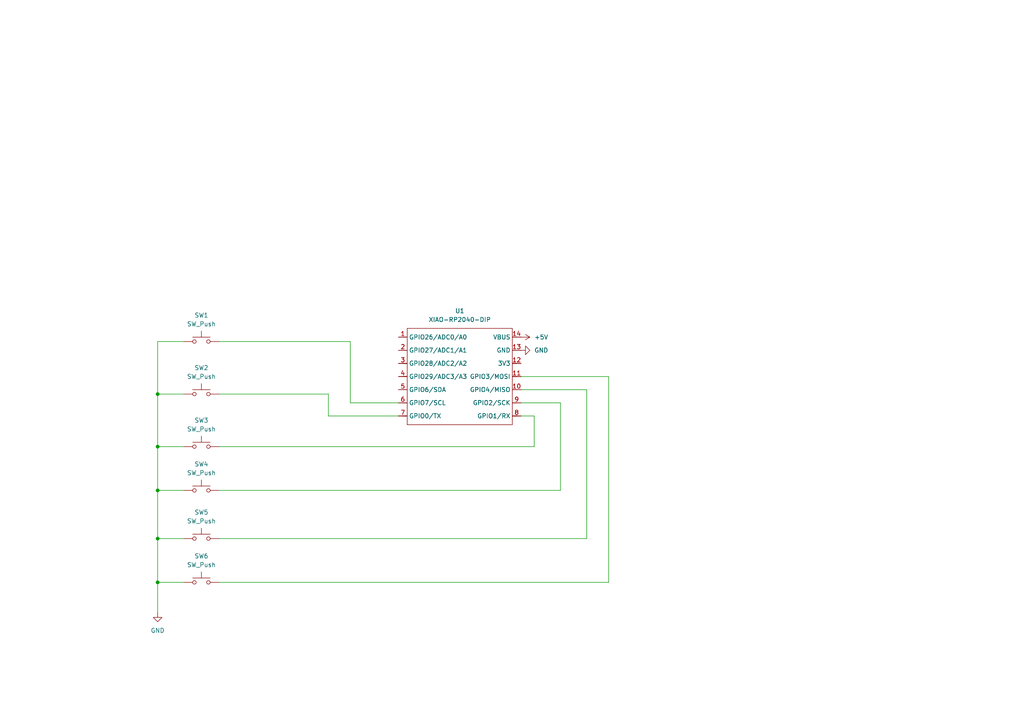
<source format=kicad_sch>
(kicad_sch
	(version 20250114)
	(generator "eeschema")
	(generator_version "9.0")
	(uuid "644d3fc2-953c-45dc-8994-d1038b934f0b")
	(paper "A4")
	(lib_symbols
		(symbol "OPL:XIAO-RP2040-DIP"
			(exclude_from_sim no)
			(in_bom yes)
			(on_board yes)
			(property "Reference" "U"
				(at 0 0 0)
				(effects
					(font
						(size 1.27 1.27)
					)
				)
			)
			(property "Value" "XIAO-RP2040-DIP"
				(at 5.334 -1.778 0)
				(effects
					(font
						(size 1.27 1.27)
					)
				)
			)
			(property "Footprint" "Module:MOUDLE14P-XIAO-DIP-SMD"
				(at 14.478 -32.258 0)
				(effects
					(font
						(size 1.27 1.27)
					)
					(hide yes)
				)
			)
			(property "Datasheet" ""
				(at 0 0 0)
				(effects
					(font
						(size 1.27 1.27)
					)
					(hide yes)
				)
			)
			(property "Description" ""
				(at 0 0 0)
				(effects
					(font
						(size 1.27 1.27)
					)
					(hide yes)
				)
			)
			(symbol "XIAO-RP2040-DIP_1_0"
				(polyline
					(pts
						(xy -1.27 -2.54) (xy 29.21 -2.54)
					)
					(stroke
						(width 0.1524)
						(type solid)
					)
					(fill
						(type none)
					)
				)
				(polyline
					(pts
						(xy -1.27 -5.08) (xy -2.54 -5.08)
					)
					(stroke
						(width 0.1524)
						(type solid)
					)
					(fill
						(type none)
					)
				)
				(polyline
					(pts
						(xy -1.27 -5.08) (xy -1.27 -2.54)
					)
					(stroke
						(width 0.1524)
						(type solid)
					)
					(fill
						(type none)
					)
				)
				(polyline
					(pts
						(xy -1.27 -8.89) (xy -2.54 -8.89)
					)
					(stroke
						(width 0.1524)
						(type solid)
					)
					(fill
						(type none)
					)
				)
				(polyline
					(pts
						(xy -1.27 -8.89) (xy -1.27 -5.08)
					)
					(stroke
						(width 0.1524)
						(type solid)
					)
					(fill
						(type none)
					)
				)
				(polyline
					(pts
						(xy -1.27 -12.7) (xy -2.54 -12.7)
					)
					(stroke
						(width 0.1524)
						(type solid)
					)
					(fill
						(type none)
					)
				)
				(polyline
					(pts
						(xy -1.27 -12.7) (xy -1.27 -8.89)
					)
					(stroke
						(width 0.1524)
						(type solid)
					)
					(fill
						(type none)
					)
				)
				(polyline
					(pts
						(xy -1.27 -16.51) (xy -2.54 -16.51)
					)
					(stroke
						(width 0.1524)
						(type solid)
					)
					(fill
						(type none)
					)
				)
				(polyline
					(pts
						(xy -1.27 -16.51) (xy -1.27 -12.7)
					)
					(stroke
						(width 0.1524)
						(type solid)
					)
					(fill
						(type none)
					)
				)
				(polyline
					(pts
						(xy -1.27 -20.32) (xy -2.54 -20.32)
					)
					(stroke
						(width 0.1524)
						(type solid)
					)
					(fill
						(type none)
					)
				)
				(polyline
					(pts
						(xy -1.27 -24.13) (xy -2.54 -24.13)
					)
					(stroke
						(width 0.1524)
						(type solid)
					)
					(fill
						(type none)
					)
				)
				(polyline
					(pts
						(xy -1.27 -27.94) (xy -2.54 -27.94)
					)
					(stroke
						(width 0.1524)
						(type solid)
					)
					(fill
						(type none)
					)
				)
				(polyline
					(pts
						(xy -1.27 -30.48) (xy -1.27 -16.51)
					)
					(stroke
						(width 0.1524)
						(type solid)
					)
					(fill
						(type none)
					)
				)
				(polyline
					(pts
						(xy 29.21 -2.54) (xy 29.21 -5.08)
					)
					(stroke
						(width 0.1524)
						(type solid)
					)
					(fill
						(type none)
					)
				)
				(polyline
					(pts
						(xy 29.21 -5.08) (xy 29.21 -8.89)
					)
					(stroke
						(width 0.1524)
						(type solid)
					)
					(fill
						(type none)
					)
				)
				(polyline
					(pts
						(xy 29.21 -8.89) (xy 29.21 -12.7)
					)
					(stroke
						(width 0.1524)
						(type solid)
					)
					(fill
						(type none)
					)
				)
				(polyline
					(pts
						(xy 29.21 -12.7) (xy 29.21 -30.48)
					)
					(stroke
						(width 0.1524)
						(type solid)
					)
					(fill
						(type none)
					)
				)
				(polyline
					(pts
						(xy 29.21 -30.48) (xy -1.27 -30.48)
					)
					(stroke
						(width 0.1524)
						(type solid)
					)
					(fill
						(type none)
					)
				)
				(polyline
					(pts
						(xy 30.48 -5.08) (xy 29.21 -5.08)
					)
					(stroke
						(width 0.1524)
						(type solid)
					)
					(fill
						(type none)
					)
				)
				(polyline
					(pts
						(xy 30.48 -8.89) (xy 29.21 -8.89)
					)
					(stroke
						(width 0.1524)
						(type solid)
					)
					(fill
						(type none)
					)
				)
				(polyline
					(pts
						(xy 30.48 -12.7) (xy 29.21 -12.7)
					)
					(stroke
						(width 0.1524)
						(type solid)
					)
					(fill
						(type none)
					)
				)
				(polyline
					(pts
						(xy 30.48 -16.51) (xy 29.21 -16.51)
					)
					(stroke
						(width 0.1524)
						(type solid)
					)
					(fill
						(type none)
					)
				)
				(polyline
					(pts
						(xy 30.48 -20.32) (xy 29.21 -20.32)
					)
					(stroke
						(width 0.1524)
						(type solid)
					)
					(fill
						(type none)
					)
				)
				(polyline
					(pts
						(xy 30.48 -24.13) (xy 29.21 -24.13)
					)
					(stroke
						(width 0.1524)
						(type solid)
					)
					(fill
						(type none)
					)
				)
				(polyline
					(pts
						(xy 30.48 -27.94) (xy 29.21 -27.94)
					)
					(stroke
						(width 0.1524)
						(type solid)
					)
					(fill
						(type none)
					)
				)
				(pin passive line
					(at -3.81 -5.08 0)
					(length 2.54)
					(name "GPIO26/ADC0/A0"
						(effects
							(font
								(size 1.27 1.27)
							)
						)
					)
					(number "1"
						(effects
							(font
								(size 1.27 1.27)
							)
						)
					)
				)
				(pin passive line
					(at -3.81 -8.89 0)
					(length 2.54)
					(name "GPIO27/ADC1/A1"
						(effects
							(font
								(size 1.27 1.27)
							)
						)
					)
					(number "2"
						(effects
							(font
								(size 1.27 1.27)
							)
						)
					)
				)
				(pin passive line
					(at -3.81 -12.7 0)
					(length 2.54)
					(name "GPIO28/ADC2/A2"
						(effects
							(font
								(size 1.27 1.27)
							)
						)
					)
					(number "3"
						(effects
							(font
								(size 1.27 1.27)
							)
						)
					)
				)
				(pin passive line
					(at -3.81 -16.51 0)
					(length 2.54)
					(name "GPIO29/ADC3/A3"
						(effects
							(font
								(size 1.27 1.27)
							)
						)
					)
					(number "4"
						(effects
							(font
								(size 1.27 1.27)
							)
						)
					)
				)
				(pin passive line
					(at -3.81 -20.32 0)
					(length 2.54)
					(name "GPIO6/SDA"
						(effects
							(font
								(size 1.27 1.27)
							)
						)
					)
					(number "5"
						(effects
							(font
								(size 1.27 1.27)
							)
						)
					)
				)
				(pin passive line
					(at -3.81 -24.13 0)
					(length 2.54)
					(name "GPIO7/SCL"
						(effects
							(font
								(size 1.27 1.27)
							)
						)
					)
					(number "6"
						(effects
							(font
								(size 1.27 1.27)
							)
						)
					)
				)
				(pin passive line
					(at -3.81 -27.94 0)
					(length 2.54)
					(name "GPIO0/TX"
						(effects
							(font
								(size 1.27 1.27)
							)
						)
					)
					(number "7"
						(effects
							(font
								(size 1.27 1.27)
							)
						)
					)
				)
				(pin passive line
					(at 31.75 -5.08 180)
					(length 2.54)
					(name "VBUS"
						(effects
							(font
								(size 1.27 1.27)
							)
						)
					)
					(number "14"
						(effects
							(font
								(size 1.27 1.27)
							)
						)
					)
				)
				(pin passive line
					(at 31.75 -8.89 180)
					(length 2.54)
					(name "GND"
						(effects
							(font
								(size 1.27 1.27)
							)
						)
					)
					(number "13"
						(effects
							(font
								(size 1.27 1.27)
							)
						)
					)
				)
				(pin passive line
					(at 31.75 -12.7 180)
					(length 2.54)
					(name "3V3"
						(effects
							(font
								(size 1.27 1.27)
							)
						)
					)
					(number "12"
						(effects
							(font
								(size 1.27 1.27)
							)
						)
					)
				)
				(pin passive line
					(at 31.75 -16.51 180)
					(length 2.54)
					(name "GPIO3/MOSI"
						(effects
							(font
								(size 1.27 1.27)
							)
						)
					)
					(number "11"
						(effects
							(font
								(size 1.27 1.27)
							)
						)
					)
				)
				(pin passive line
					(at 31.75 -20.32 180)
					(length 2.54)
					(name "GPIO4/MISO"
						(effects
							(font
								(size 1.27 1.27)
							)
						)
					)
					(number "10"
						(effects
							(font
								(size 1.27 1.27)
							)
						)
					)
				)
				(pin passive line
					(at 31.75 -24.13 180)
					(length 2.54)
					(name "GPIO2/SCK"
						(effects
							(font
								(size 1.27 1.27)
							)
						)
					)
					(number "9"
						(effects
							(font
								(size 1.27 1.27)
							)
						)
					)
				)
				(pin passive line
					(at 31.75 -27.94 180)
					(length 2.54)
					(name "GPIO1/RX"
						(effects
							(font
								(size 1.27 1.27)
							)
						)
					)
					(number "8"
						(effects
							(font
								(size 1.27 1.27)
							)
						)
					)
				)
			)
			(embedded_fonts no)
		)
		(symbol "Switch:SW_Push"
			(pin_numbers
				(hide yes)
			)
			(pin_names
				(offset 1.016)
				(hide yes)
			)
			(exclude_from_sim no)
			(in_bom yes)
			(on_board yes)
			(property "Reference" "SW"
				(at 1.27 2.54 0)
				(effects
					(font
						(size 1.27 1.27)
					)
					(justify left)
				)
			)
			(property "Value" "SW_Push"
				(at 0 -1.524 0)
				(effects
					(font
						(size 1.27 1.27)
					)
				)
			)
			(property "Footprint" ""
				(at 0 5.08 0)
				(effects
					(font
						(size 1.27 1.27)
					)
					(hide yes)
				)
			)
			(property "Datasheet" "~"
				(at 0 5.08 0)
				(effects
					(font
						(size 1.27 1.27)
					)
					(hide yes)
				)
			)
			(property "Description" "Push button switch, generic, two pins"
				(at 0 0 0)
				(effects
					(font
						(size 1.27 1.27)
					)
					(hide yes)
				)
			)
			(property "ki_keywords" "switch normally-open pushbutton push-button"
				(at 0 0 0)
				(effects
					(font
						(size 1.27 1.27)
					)
					(hide yes)
				)
			)
			(symbol "SW_Push_0_1"
				(circle
					(center -2.032 0)
					(radius 0.508)
					(stroke
						(width 0)
						(type default)
					)
					(fill
						(type none)
					)
				)
				(polyline
					(pts
						(xy 0 1.27) (xy 0 3.048)
					)
					(stroke
						(width 0)
						(type default)
					)
					(fill
						(type none)
					)
				)
				(circle
					(center 2.032 0)
					(radius 0.508)
					(stroke
						(width 0)
						(type default)
					)
					(fill
						(type none)
					)
				)
				(polyline
					(pts
						(xy 2.54 1.27) (xy -2.54 1.27)
					)
					(stroke
						(width 0)
						(type default)
					)
					(fill
						(type none)
					)
				)
				(pin passive line
					(at -5.08 0 0)
					(length 2.54)
					(name "1"
						(effects
							(font
								(size 1.27 1.27)
							)
						)
					)
					(number "1"
						(effects
							(font
								(size 1.27 1.27)
							)
						)
					)
				)
				(pin passive line
					(at 5.08 0 180)
					(length 2.54)
					(name "2"
						(effects
							(font
								(size 1.27 1.27)
							)
						)
					)
					(number "2"
						(effects
							(font
								(size 1.27 1.27)
							)
						)
					)
				)
			)
			(embedded_fonts no)
		)
		(symbol "power:+5V"
			(power)
			(pin_numbers
				(hide yes)
			)
			(pin_names
				(offset 0)
				(hide yes)
			)
			(exclude_from_sim no)
			(in_bom yes)
			(on_board yes)
			(property "Reference" "#PWR"
				(at 0 -3.81 0)
				(effects
					(font
						(size 1.27 1.27)
					)
					(hide yes)
				)
			)
			(property "Value" "+5V"
				(at 0 3.556 0)
				(effects
					(font
						(size 1.27 1.27)
					)
				)
			)
			(property "Footprint" ""
				(at 0 0 0)
				(effects
					(font
						(size 1.27 1.27)
					)
					(hide yes)
				)
			)
			(property "Datasheet" ""
				(at 0 0 0)
				(effects
					(font
						(size 1.27 1.27)
					)
					(hide yes)
				)
			)
			(property "Description" "Power symbol creates a global label with name \"+5V\""
				(at 0 0 0)
				(effects
					(font
						(size 1.27 1.27)
					)
					(hide yes)
				)
			)
			(property "ki_keywords" "global power"
				(at 0 0 0)
				(effects
					(font
						(size 1.27 1.27)
					)
					(hide yes)
				)
			)
			(symbol "+5V_0_1"
				(polyline
					(pts
						(xy -0.762 1.27) (xy 0 2.54)
					)
					(stroke
						(width 0)
						(type default)
					)
					(fill
						(type none)
					)
				)
				(polyline
					(pts
						(xy 0 2.54) (xy 0.762 1.27)
					)
					(stroke
						(width 0)
						(type default)
					)
					(fill
						(type none)
					)
				)
				(polyline
					(pts
						(xy 0 0) (xy 0 2.54)
					)
					(stroke
						(width 0)
						(type default)
					)
					(fill
						(type none)
					)
				)
			)
			(symbol "+5V_1_1"
				(pin power_in line
					(at 0 0 90)
					(length 0)
					(name "~"
						(effects
							(font
								(size 1.27 1.27)
							)
						)
					)
					(number "1"
						(effects
							(font
								(size 1.27 1.27)
							)
						)
					)
				)
			)
			(embedded_fonts no)
		)
		(symbol "power:GND"
			(power)
			(pin_numbers
				(hide yes)
			)
			(pin_names
				(offset 0)
				(hide yes)
			)
			(exclude_from_sim no)
			(in_bom yes)
			(on_board yes)
			(property "Reference" "#PWR"
				(at 0 -6.35 0)
				(effects
					(font
						(size 1.27 1.27)
					)
					(hide yes)
				)
			)
			(property "Value" "GND"
				(at 0 -3.81 0)
				(effects
					(font
						(size 1.27 1.27)
					)
				)
			)
			(property "Footprint" ""
				(at 0 0 0)
				(effects
					(font
						(size 1.27 1.27)
					)
					(hide yes)
				)
			)
			(property "Datasheet" ""
				(at 0 0 0)
				(effects
					(font
						(size 1.27 1.27)
					)
					(hide yes)
				)
			)
			(property "Description" "Power symbol creates a global label with name \"GND\" , ground"
				(at 0 0 0)
				(effects
					(font
						(size 1.27 1.27)
					)
					(hide yes)
				)
			)
			(property "ki_keywords" "global power"
				(at 0 0 0)
				(effects
					(font
						(size 1.27 1.27)
					)
					(hide yes)
				)
			)
			(symbol "GND_0_1"
				(polyline
					(pts
						(xy 0 0) (xy 0 -1.27) (xy 1.27 -1.27) (xy 0 -2.54) (xy -1.27 -1.27) (xy 0 -1.27)
					)
					(stroke
						(width 0)
						(type default)
					)
					(fill
						(type none)
					)
				)
			)
			(symbol "GND_1_1"
				(pin power_in line
					(at 0 0 270)
					(length 0)
					(name "~"
						(effects
							(font
								(size 1.27 1.27)
							)
						)
					)
					(number "1"
						(effects
							(font
								(size 1.27 1.27)
							)
						)
					)
				)
			)
			(embedded_fonts no)
		)
	)
	(junction
		(at 45.72 129.54)
		(diameter 0)
		(color 0 0 0 0)
		(uuid "0ab6874d-e7bf-4321-a06f-f75ca961d55b")
	)
	(junction
		(at 45.72 142.24)
		(diameter 0)
		(color 0 0 0 0)
		(uuid "0c69d73e-f61b-4148-bee3-c20e3cdaf0b1")
	)
	(junction
		(at 45.72 156.21)
		(diameter 0)
		(color 0 0 0 0)
		(uuid "35a217ad-d6ac-4383-a62a-60f9c8b974f5")
	)
	(junction
		(at 45.72 114.3)
		(diameter 0)
		(color 0 0 0 0)
		(uuid "7a8d552f-98e0-4def-856a-f35c65a255bb")
	)
	(junction
		(at 45.72 168.91)
		(diameter 0)
		(color 0 0 0 0)
		(uuid "8c75b9c2-fd50-4af2-b68b-16791e7cad2a")
	)
	(wire
		(pts
			(xy 95.25 120.65) (xy 115.57 120.65)
		)
		(stroke
			(width 0)
			(type default)
		)
		(uuid "1b77f126-3809-45e8-8e13-e7be75c3c54c")
	)
	(wire
		(pts
			(xy 63.5 99.06) (xy 101.6 99.06)
		)
		(stroke
			(width 0)
			(type default)
		)
		(uuid "1ba248c3-3ae7-45af-87ac-fdb6be23afed")
	)
	(wire
		(pts
			(xy 63.5 168.91) (xy 176.53 168.91)
		)
		(stroke
			(width 0)
			(type default)
		)
		(uuid "240fefcc-e951-4fa3-b28a-a0e4d1b35737")
	)
	(wire
		(pts
			(xy 154.94 129.54) (xy 154.94 120.65)
		)
		(stroke
			(width 0)
			(type default)
		)
		(uuid "2771783f-4e2b-4fd0-ad6a-8b007e08ed72")
	)
	(wire
		(pts
			(xy 45.72 156.21) (xy 53.34 156.21)
		)
		(stroke
			(width 0)
			(type default)
		)
		(uuid "2a8bc9d3-cf16-4261-8f28-494a158f042c")
	)
	(wire
		(pts
			(xy 45.72 129.54) (xy 45.72 142.24)
		)
		(stroke
			(width 0)
			(type default)
		)
		(uuid "31bca57a-2993-4ddb-8fcf-398ad905fba7")
	)
	(wire
		(pts
			(xy 45.72 114.3) (xy 53.34 114.3)
		)
		(stroke
			(width 0)
			(type default)
		)
		(uuid "375d9c1c-8de6-48bf-9f4d-a75420e63c18")
	)
	(wire
		(pts
			(xy 101.6 99.06) (xy 101.6 116.84)
		)
		(stroke
			(width 0)
			(type default)
		)
		(uuid "3a668f0a-a236-41fd-99e5-2195267b3bae")
	)
	(wire
		(pts
			(xy 101.6 116.84) (xy 115.57 116.84)
		)
		(stroke
			(width 0)
			(type default)
		)
		(uuid "426b3fa8-16c4-4daf-ace9-e75a38bbee18")
	)
	(wire
		(pts
			(xy 45.72 168.91) (xy 45.72 177.8)
		)
		(stroke
			(width 0)
			(type default)
		)
		(uuid "4828247b-412e-4168-9d0e-c6066b783fbb")
	)
	(wire
		(pts
			(xy 45.72 142.24) (xy 53.34 142.24)
		)
		(stroke
			(width 0)
			(type default)
		)
		(uuid "52f45e22-6c2c-404b-b7e5-1a3bd9b6ffbd")
	)
	(wire
		(pts
			(xy 95.25 114.3) (xy 95.25 120.65)
		)
		(stroke
			(width 0)
			(type default)
		)
		(uuid "54c7a35f-229f-4b2b-9508-66907698fe86")
	)
	(wire
		(pts
			(xy 45.72 156.21) (xy 45.72 168.91)
		)
		(stroke
			(width 0)
			(type default)
		)
		(uuid "5c40e0d4-0638-4a8d-9eb4-13478131c427")
	)
	(wire
		(pts
			(xy 170.18 156.21) (xy 170.18 113.03)
		)
		(stroke
			(width 0)
			(type default)
		)
		(uuid "5ff247a1-5612-400f-a227-151c5a4f192d")
	)
	(wire
		(pts
			(xy 176.53 109.22) (xy 151.13 109.22)
		)
		(stroke
			(width 0)
			(type default)
		)
		(uuid "657dfb0c-11d9-4179-a445-50bbce29f780")
	)
	(wire
		(pts
			(xy 45.72 129.54) (xy 53.34 129.54)
		)
		(stroke
			(width 0)
			(type default)
		)
		(uuid "6e012a92-fffe-41e0-bfe9-82d1da6e3e23")
	)
	(wire
		(pts
			(xy 170.18 113.03) (xy 151.13 113.03)
		)
		(stroke
			(width 0)
			(type default)
		)
		(uuid "708ae6c4-f69a-40a8-88a3-1e0a7fb02e2e")
	)
	(wire
		(pts
			(xy 63.5 129.54) (xy 154.94 129.54)
		)
		(stroke
			(width 0)
			(type default)
		)
		(uuid "76f71721-63e3-4b2d-9223-f9550033af78")
	)
	(wire
		(pts
			(xy 45.72 114.3) (xy 45.72 129.54)
		)
		(stroke
			(width 0)
			(type default)
		)
		(uuid "7b25bd9d-1ab3-46e5-acd4-f46491d00e4d")
	)
	(wire
		(pts
			(xy 63.5 114.3) (xy 95.25 114.3)
		)
		(stroke
			(width 0)
			(type default)
		)
		(uuid "7eaa356a-97bf-4c79-931b-e31d5aea8b8f")
	)
	(wire
		(pts
			(xy 45.72 168.91) (xy 53.34 168.91)
		)
		(stroke
			(width 0)
			(type default)
		)
		(uuid "842d854f-e924-4255-b0f1-742a2cdf8c04")
	)
	(wire
		(pts
			(xy 45.72 142.24) (xy 45.72 156.21)
		)
		(stroke
			(width 0)
			(type default)
		)
		(uuid "97a55d8d-398e-4211-b15d-9a81b5d391c4")
	)
	(wire
		(pts
			(xy 162.56 142.24) (xy 162.56 116.84)
		)
		(stroke
			(width 0)
			(type default)
		)
		(uuid "98dd1d7f-2c5e-4a1d-8302-b9cd3c3d871a")
	)
	(wire
		(pts
			(xy 176.53 168.91) (xy 176.53 109.22)
		)
		(stroke
			(width 0)
			(type default)
		)
		(uuid "9eaff3d6-7e45-49aa-902e-fda2c31d777e")
	)
	(wire
		(pts
			(xy 162.56 116.84) (xy 151.13 116.84)
		)
		(stroke
			(width 0)
			(type default)
		)
		(uuid "ac354205-f604-4e52-bea9-b95577a0cc83")
	)
	(wire
		(pts
			(xy 63.5 142.24) (xy 162.56 142.24)
		)
		(stroke
			(width 0)
			(type default)
		)
		(uuid "c158c097-9d0b-4018-a90e-46eba9ab9882")
	)
	(wire
		(pts
			(xy 63.5 156.21) (xy 170.18 156.21)
		)
		(stroke
			(width 0)
			(type default)
		)
		(uuid "c21c67f8-c276-40d3-bf04-e0bfeff5ce40")
	)
	(wire
		(pts
			(xy 53.34 99.06) (xy 45.72 99.06)
		)
		(stroke
			(width 0)
			(type default)
		)
		(uuid "c46a2b6c-1869-4824-8172-86e656e91a46")
	)
	(wire
		(pts
			(xy 154.94 120.65) (xy 151.13 120.65)
		)
		(stroke
			(width 0)
			(type default)
		)
		(uuid "dd3d10e3-3805-4583-9ef4-08c6a74eed33")
	)
	(wire
		(pts
			(xy 45.72 99.06) (xy 45.72 114.3)
		)
		(stroke
			(width 0)
			(type default)
		)
		(uuid "eb90b323-0639-42f2-9740-c568c0881465")
	)
	(symbol
		(lib_id "Switch:SW_Push")
		(at 58.42 114.3 0)
		(unit 1)
		(exclude_from_sim no)
		(in_bom yes)
		(on_board yes)
		(dnp no)
		(fields_autoplaced yes)
		(uuid "279bee97-5444-40be-99b0-b821abf8a152")
		(property "Reference" "SW2"
			(at 58.42 106.68 0)
			(effects
				(font
					(size 1.27 1.27)
				)
			)
		)
		(property "Value" "SW_Push"
			(at 58.42 109.22 0)
			(effects
				(font
					(size 1.27 1.27)
				)
			)
		)
		(property "Footprint" "Button_Switch_Keyboard:SW_Cherry_MX_1.00u_PCB"
			(at 58.42 109.22 0)
			(effects
				(font
					(size 1.27 1.27)
				)
				(hide yes)
			)
		)
		(property "Datasheet" "~"
			(at 58.42 109.22 0)
			(effects
				(font
					(size 1.27 1.27)
				)
				(hide yes)
			)
		)
		(property "Description" "Push button switch, generic, two pins"
			(at 58.42 114.3 0)
			(effects
				(font
					(size 1.27 1.27)
				)
				(hide yes)
			)
		)
		(pin "1"
			(uuid "0e346677-6a22-4782-b7d2-6b69b6477999")
		)
		(pin "2"
			(uuid "f6936db5-59ef-4c3b-95a6-f7caf6a0034a")
		)
		(instances
			(project ""
				(path "/644d3fc2-953c-45dc-8994-d1038b934f0b"
					(reference "SW2")
					(unit 1)
				)
			)
		)
	)
	(symbol
		(lib_id "Switch:SW_Push")
		(at 58.42 129.54 0)
		(unit 1)
		(exclude_from_sim no)
		(in_bom yes)
		(on_board yes)
		(dnp no)
		(fields_autoplaced yes)
		(uuid "2afddde7-f2ec-48ea-adc6-5d24733d2138")
		(property "Reference" "SW3"
			(at 58.42 121.92 0)
			(effects
				(font
					(size 1.27 1.27)
				)
			)
		)
		(property "Value" "SW_Push"
			(at 58.42 124.46 0)
			(effects
				(font
					(size 1.27 1.27)
				)
			)
		)
		(property "Footprint" "Button_Switch_Keyboard:SW_Cherry_MX_1.00u_PCB"
			(at 58.42 124.46 0)
			(effects
				(font
					(size 1.27 1.27)
				)
				(hide yes)
			)
		)
		(property "Datasheet" "~"
			(at 58.42 124.46 0)
			(effects
				(font
					(size 1.27 1.27)
				)
				(hide yes)
			)
		)
		(property "Description" "Push button switch, generic, two pins"
			(at 58.42 129.54 0)
			(effects
				(font
					(size 1.27 1.27)
				)
				(hide yes)
			)
		)
		(pin "2"
			(uuid "79688d5c-2e4c-4443-af67-61d4a63d819f")
		)
		(pin "1"
			(uuid "608312ea-e070-46a0-bfe3-12f189ce09e6")
		)
		(instances
			(project ""
				(path "/644d3fc2-953c-45dc-8994-d1038b934f0b"
					(reference "SW3")
					(unit 1)
				)
			)
		)
	)
	(symbol
		(lib_id "power:+5V")
		(at 151.13 97.79 270)
		(unit 1)
		(exclude_from_sim no)
		(in_bom yes)
		(on_board yes)
		(dnp no)
		(fields_autoplaced yes)
		(uuid "3c8cf878-db9b-44d4-86bf-5dc9097cd276")
		(property "Reference" "#PWR03"
			(at 147.32 97.79 0)
			(effects
				(font
					(size 1.27 1.27)
				)
				(hide yes)
			)
		)
		(property "Value" "+5V"
			(at 154.94 97.7899 90)
			(effects
				(font
					(size 1.27 1.27)
				)
				(justify left)
			)
		)
		(property "Footprint" ""
			(at 151.13 97.79 0)
			(effects
				(font
					(size 1.27 1.27)
				)
				(hide yes)
			)
		)
		(property "Datasheet" ""
			(at 151.13 97.79 0)
			(effects
				(font
					(size 1.27 1.27)
				)
				(hide yes)
			)
		)
		(property "Description" "Power symbol creates a global label with name \"+5V\""
			(at 151.13 97.79 0)
			(effects
				(font
					(size 1.27 1.27)
				)
				(hide yes)
			)
		)
		(pin "1"
			(uuid "697c1b0c-75b5-4741-a90d-c724316e764d")
		)
		(instances
			(project ""
				(path "/644d3fc2-953c-45dc-8994-d1038b934f0b"
					(reference "#PWR03")
					(unit 1)
				)
			)
		)
	)
	(symbol
		(lib_id "Switch:SW_Push")
		(at 58.42 156.21 0)
		(unit 1)
		(exclude_from_sim no)
		(in_bom yes)
		(on_board yes)
		(dnp no)
		(fields_autoplaced yes)
		(uuid "481ee7d4-ba06-4626-9bdb-e678bd457a26")
		(property "Reference" "SW5"
			(at 58.42 148.59 0)
			(effects
				(font
					(size 1.27 1.27)
				)
			)
		)
		(property "Value" "SW_Push"
			(at 58.42 151.13 0)
			(effects
				(font
					(size 1.27 1.27)
				)
			)
		)
		(property "Footprint" "Button_Switch_Keyboard:SW_Cherry_MX_1.00u_PCB"
			(at 58.42 151.13 0)
			(effects
				(font
					(size 1.27 1.27)
				)
				(hide yes)
			)
		)
		(property "Datasheet" "~"
			(at 58.42 151.13 0)
			(effects
				(font
					(size 1.27 1.27)
				)
				(hide yes)
			)
		)
		(property "Description" "Push button switch, generic, two pins"
			(at 58.42 156.21 0)
			(effects
				(font
					(size 1.27 1.27)
				)
				(hide yes)
			)
		)
		(pin "2"
			(uuid "cb28e845-e98d-43c0-8c74-1c49287be253")
		)
		(pin "1"
			(uuid "71867c56-7aa9-41cf-872c-55e5b64c7692")
		)
		(instances
			(project ""
				(path "/644d3fc2-953c-45dc-8994-d1038b934f0b"
					(reference "SW5")
					(unit 1)
				)
			)
		)
	)
	(symbol
		(lib_id "power:GND")
		(at 151.13 101.6 90)
		(unit 1)
		(exclude_from_sim no)
		(in_bom yes)
		(on_board yes)
		(dnp no)
		(fields_autoplaced yes)
		(uuid "6246c584-7190-4c1e-b776-d7b2131ad928")
		(property "Reference" "#PWR01"
			(at 157.48 101.6 0)
			(effects
				(font
					(size 1.27 1.27)
				)
				(hide yes)
			)
		)
		(property "Value" "GND"
			(at 154.94 101.5999 90)
			(effects
				(font
					(size 1.27 1.27)
				)
				(justify right)
			)
		)
		(property "Footprint" ""
			(at 151.13 101.6 0)
			(effects
				(font
					(size 1.27 1.27)
				)
				(hide yes)
			)
		)
		(property "Datasheet" ""
			(at 151.13 101.6 0)
			(effects
				(font
					(size 1.27 1.27)
				)
				(hide yes)
			)
		)
		(property "Description" "Power symbol creates a global label with name \"GND\" , ground"
			(at 151.13 101.6 0)
			(effects
				(font
					(size 1.27 1.27)
				)
				(hide yes)
			)
		)
		(pin "1"
			(uuid "1d81d32f-851f-4fb8-b5e4-4642b70c1154")
		)
		(instances
			(project ""
				(path "/644d3fc2-953c-45dc-8994-d1038b934f0b"
					(reference "#PWR01")
					(unit 1)
				)
			)
		)
	)
	(symbol
		(lib_id "Switch:SW_Push")
		(at 58.42 168.91 0)
		(unit 1)
		(exclude_from_sim no)
		(in_bom yes)
		(on_board yes)
		(dnp no)
		(fields_autoplaced yes)
		(uuid "ae850125-3c55-4040-8b46-6ee2ce99b3fe")
		(property "Reference" "SW6"
			(at 58.42 161.29 0)
			(effects
				(font
					(size 1.27 1.27)
				)
			)
		)
		(property "Value" "SW_Push"
			(at 58.42 163.83 0)
			(effects
				(font
					(size 1.27 1.27)
				)
			)
		)
		(property "Footprint" "Button_Switch_Keyboard:SW_Cherry_MX_1.00u_PCB"
			(at 58.42 163.83 0)
			(effects
				(font
					(size 1.27 1.27)
				)
				(hide yes)
			)
		)
		(property "Datasheet" "~"
			(at 58.42 163.83 0)
			(effects
				(font
					(size 1.27 1.27)
				)
				(hide yes)
			)
		)
		(property "Description" "Push button switch, generic, two pins"
			(at 58.42 168.91 0)
			(effects
				(font
					(size 1.27 1.27)
				)
				(hide yes)
			)
		)
		(pin "2"
			(uuid "8d1051ec-a875-4175-b7f5-8f3e8a117377")
		)
		(pin "1"
			(uuid "476f5ebd-998e-44c2-9b58-77ca5a1c49eb")
		)
		(instances
			(project ""
				(path "/644d3fc2-953c-45dc-8994-d1038b934f0b"
					(reference "SW6")
					(unit 1)
				)
			)
		)
	)
	(symbol
		(lib_id "Switch:SW_Push")
		(at 58.42 99.06 0)
		(unit 1)
		(exclude_from_sim no)
		(in_bom yes)
		(on_board yes)
		(dnp no)
		(fields_autoplaced yes)
		(uuid "bad4476f-06a3-4299-a9ff-f610d83fab24")
		(property "Reference" "SW1"
			(at 58.42 91.44 0)
			(effects
				(font
					(size 1.27 1.27)
				)
			)
		)
		(property "Value" "SW_Push"
			(at 58.42 93.98 0)
			(effects
				(font
					(size 1.27 1.27)
				)
			)
		)
		(property "Footprint" "Button_Switch_Keyboard:SW_Cherry_MX_1.00u_PCB"
			(at 58.42 93.98 0)
			(effects
				(font
					(size 1.27 1.27)
				)
				(hide yes)
			)
		)
		(property "Datasheet" "~"
			(at 58.42 93.98 0)
			(effects
				(font
					(size 1.27 1.27)
				)
				(hide yes)
			)
		)
		(property "Description" "Push button switch, generic, two pins"
			(at 58.42 99.06 0)
			(effects
				(font
					(size 1.27 1.27)
				)
				(hide yes)
			)
		)
		(pin "2"
			(uuid "8d4748a7-5aed-4648-85f5-039f0fbc91db")
		)
		(pin "1"
			(uuid "0fef1a32-b48b-4efc-ad0b-f21bdb20c68c")
		)
		(instances
			(project ""
				(path "/644d3fc2-953c-45dc-8994-d1038b934f0b"
					(reference "SW1")
					(unit 1)
				)
			)
		)
	)
	(symbol
		(lib_id "power:GND")
		(at 45.72 177.8 0)
		(unit 1)
		(exclude_from_sim no)
		(in_bom yes)
		(on_board yes)
		(dnp no)
		(fields_autoplaced yes)
		(uuid "c06e28fa-41a4-4773-bf9e-062ebcd2301a")
		(property "Reference" "#PWR02"
			(at 45.72 184.15 0)
			(effects
				(font
					(size 1.27 1.27)
				)
				(hide yes)
			)
		)
		(property "Value" "GND"
			(at 45.72 182.88 0)
			(effects
				(font
					(size 1.27 1.27)
				)
			)
		)
		(property "Footprint" ""
			(at 45.72 177.8 0)
			(effects
				(font
					(size 1.27 1.27)
				)
				(hide yes)
			)
		)
		(property "Datasheet" ""
			(at 45.72 177.8 0)
			(effects
				(font
					(size 1.27 1.27)
				)
				(hide yes)
			)
		)
		(property "Description" "Power symbol creates a global label with name \"GND\" , ground"
			(at 45.72 177.8 0)
			(effects
				(font
					(size 1.27 1.27)
				)
				(hide yes)
			)
		)
		(pin "1"
			(uuid "3255c224-1643-41a2-8ebc-295f0d18f8a9")
		)
		(instances
			(project ""
				(path "/644d3fc2-953c-45dc-8994-d1038b934f0b"
					(reference "#PWR02")
					(unit 1)
				)
			)
		)
	)
	(symbol
		(lib_id "OPL:XIAO-RP2040-DIP")
		(at 119.38 92.71 0)
		(unit 1)
		(exclude_from_sim no)
		(in_bom yes)
		(on_board yes)
		(dnp no)
		(fields_autoplaced yes)
		(uuid "e94ca279-35be-4f81-b150-8870cfc13de3")
		(property "Reference" "U1"
			(at 133.35 90.17 0)
			(effects
				(font
					(size 1.27 1.27)
				)
			)
		)
		(property "Value" "XIAO-RP2040-DIP"
			(at 133.35 92.71 0)
			(effects
				(font
					(size 1.27 1.27)
				)
			)
		)
		(property "Footprint" "OPL:XIAO-RP2040-DIP"
			(at 133.858 124.968 0)
			(effects
				(font
					(size 1.27 1.27)
				)
				(hide yes)
			)
		)
		(property "Datasheet" ""
			(at 119.38 92.71 0)
			(effects
				(font
					(size 1.27 1.27)
				)
				(hide yes)
			)
		)
		(property "Description" ""
			(at 119.38 92.71 0)
			(effects
				(font
					(size 1.27 1.27)
				)
				(hide yes)
			)
		)
		(pin "7"
			(uuid "a3e602a0-93ed-47a8-b295-73de0aa34bd5")
		)
		(pin "12"
			(uuid "f21f61a5-5f98-43d0-8604-12d5126f098a")
		)
		(pin "1"
			(uuid "02105a63-db0f-411b-9218-232124e4b24b")
		)
		(pin "2"
			(uuid "78aa3edb-35a5-43df-b8a3-dd622e8939d1")
		)
		(pin "3"
			(uuid "8ea8efcc-921a-457f-935c-f7e72838e877")
		)
		(pin "4"
			(uuid "2903063c-0cbd-42e0-bdf0-b91aeee70b96")
		)
		(pin "5"
			(uuid "ce181d31-f35c-49d2-88fe-88d1575b6675")
		)
		(pin "6"
			(uuid "88c31e80-9e3d-46cc-b790-0fc5f45f98b8")
		)
		(pin "14"
			(uuid "e7aa6cbf-f96d-48d9-ab8f-93093e6005dc")
		)
		(pin "13"
			(uuid "d4761181-64ac-4afb-ac38-820a18171b31")
		)
		(pin "11"
			(uuid "decc9526-900b-4d22-b4a7-f2d3764115a4")
		)
		(pin "9"
			(uuid "24cd518c-5d8d-4166-8478-e680f2ed2e42")
		)
		(pin "10"
			(uuid "21193dd6-cecc-47ea-8232-9345c719b751")
		)
		(pin "8"
			(uuid "8b7faf24-e39c-4ca1-8575-6441c5e26267")
		)
		(instances
			(project ""
				(path "/644d3fc2-953c-45dc-8994-d1038b934f0b"
					(reference "U1")
					(unit 1)
				)
			)
		)
	)
	(symbol
		(lib_id "Switch:SW_Push")
		(at 58.42 142.24 0)
		(unit 1)
		(exclude_from_sim no)
		(in_bom yes)
		(on_board yes)
		(dnp no)
		(fields_autoplaced yes)
		(uuid "e9d753cc-5a51-4f4c-a356-531f3231b368")
		(property "Reference" "SW4"
			(at 58.42 134.62 0)
			(effects
				(font
					(size 1.27 1.27)
				)
			)
		)
		(property "Value" "SW_Push"
			(at 58.42 137.16 0)
			(effects
				(font
					(size 1.27 1.27)
				)
			)
		)
		(property "Footprint" "Button_Switch_Keyboard:SW_Cherry_MX_1.00u_PCB"
			(at 58.42 137.16 0)
			(effects
				(font
					(size 1.27 1.27)
				)
				(hide yes)
			)
		)
		(property "Datasheet" "~"
			(at 58.42 137.16 0)
			(effects
				(font
					(size 1.27 1.27)
				)
				(hide yes)
			)
		)
		(property "Description" "Push button switch, generic, two pins"
			(at 58.42 142.24 0)
			(effects
				(font
					(size 1.27 1.27)
				)
				(hide yes)
			)
		)
		(pin "1"
			(uuid "356fc24c-2a03-4e13-bd37-b36c9987e1e0")
		)
		(pin "2"
			(uuid "8edc2373-2f75-4cbf-b252-50f65610185e")
		)
		(instances
			(project ""
				(path "/644d3fc2-953c-45dc-8994-d1038b934f0b"
					(reference "SW4")
					(unit 1)
				)
			)
		)
	)
	(sheet_instances
		(path "/"
			(page "1")
		)
	)
	(embedded_fonts no)
)

</source>
